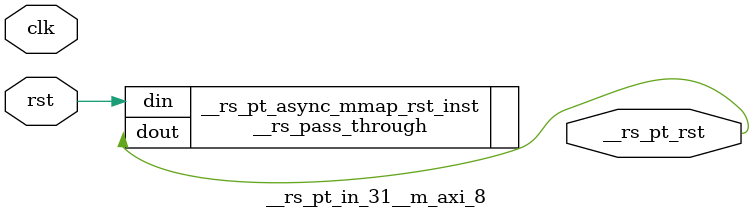
<source format=v>
`timescale 1 ns / 1 ps
/**   Generated by RapidStream   **/
module __rs_pt_in_31__m_axi_8 #(
    parameter BufferSize         = 32,
    parameter BufferSizeLog      = 5,
    parameter AddrWidth          = 64,
    parameter AxiSideAddrWidth   = 64,
    parameter DataWidth          = 512,
    parameter DataWidthBytesLog  = 6,
    parameter WaitTimeWidth      = 4,
    parameter BurstLenWidth      = 8,
    parameter EnableReadChannel  = 1,
    parameter EnableWriteChannel = 1,
    parameter MaxWaitTime        = 3,
    parameter MaxBurstLen        = 15
) (
    output wire __rs_pt_rst,
    input wire  clk,
    input wire  rst
);




__rs_pass_through #(
    .WIDTH (1)
) __rs_pt_async_mmap_rst_inst /**   Generated by RapidStream   **/ (
    .din  (rst),
    .dout (__rs_pt_rst)
);

endmodule  // __rs_pt_in_31__m_axi_8
</source>
